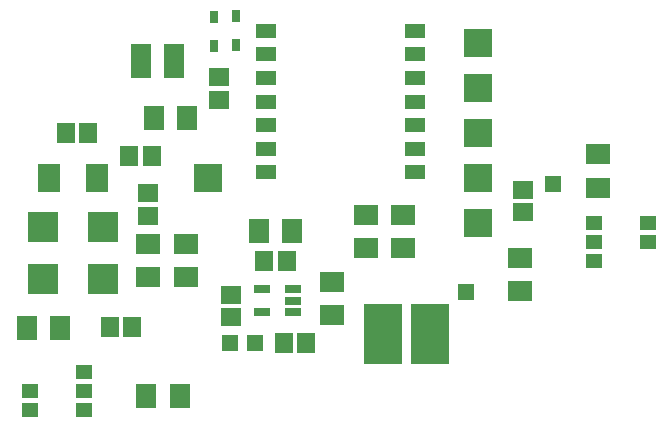
<source format=gbr>
G04 #@! TF.GenerationSoftware,KiCad,Pcbnew,5.0.0+dfsg1-1~bpo9+1*
G04 #@! TF.CreationDate,2018-12-28T11:25:29+01:00*
G04 #@! TF.ProjectId,receive_v1_1,726563656976655F76315F312E6B6963,rev?*
G04 #@! TF.SameCoordinates,Original*
G04 #@! TF.FileFunction,Soldermask,Top*
G04 #@! TF.FilePolarity,Negative*
%FSLAX46Y46*%
G04 Gerber Fmt 4.6, Leading zero omitted, Abs format (unit mm)*
G04 Created by KiCad (PCBNEW 5.0.0+dfsg1-1~bpo9+1) date Fri Dec 28 11:25:29 2018*
%MOMM*%
%LPD*%
G01*
G04 APERTURE LIST*
%ADD10R,2.006200X1.803200*%
%ADD11R,1.400000X1.400000*%
%ADD12R,1.503200X1.703200*%
%ADD13R,1.403200X1.403200*%
%ADD14R,1.803200X2.003200*%
%ADD15R,1.403200X0.753200*%
%ADD16R,2.003200X1.803200*%
%ADD17R,1.703200X1.503200*%
%ADD18R,1.703200X1.203200*%
%ADD19R,2.400000X2.400000*%
%ADD20R,1.403200X1.203200*%
%ADD21R,1.983200X2.363200*%
%ADD22R,0.803200X1.003200*%
%ADD23R,1.803200X2.903200*%
%ADD24R,3.203200X5.203200*%
%ADD25R,1.803200X2.006200*%
%ADD26R,2.603200X2.603200*%
G04 APERTURE END LIST*
D10*
G04 #@! TO.C,R4*
X139700000Y-93497000D03*
X139700000Y-90653000D03*
G04 #@! TD*
G04 #@! TO.C,R11*
X133096000Y-99416000D03*
X133096000Y-102260000D03*
G04 #@! TD*
D11*
G04 #@! TO.C,TP8*
X135890000Y-93218000D03*
G04 #@! TD*
G04 #@! TO.C,TP7*
X128524000Y-102362000D03*
G04 #@! TD*
D10*
G04 #@! TO.C,R10*
X120015000Y-95774599D03*
X120015000Y-98618599D03*
G04 #@! TD*
D12*
G04 #@! TO.C,R2*
X113096000Y-106681065D03*
X114996000Y-106681065D03*
G04 #@! TD*
D13*
G04 #@! TO.C,LED1*
X108517259Y-106681065D03*
X110617259Y-106681065D03*
G04 #@! TD*
D14*
G04 #@! TO.C,C2*
X113795000Y-97155000D03*
X110995000Y-97155000D03*
G04 #@! TD*
D15*
G04 #@! TO.C,IC1*
X111276375Y-104009509D03*
X111276375Y-102109509D03*
X113876375Y-102109509D03*
X113876375Y-103059509D03*
X113876375Y-104009509D03*
G04 #@! TD*
D16*
G04 #@! TO.C,C3*
X117187259Y-104271065D03*
X117187259Y-101471065D03*
G04 #@! TD*
D12*
G04 #@! TO.C,C4*
X111445000Y-99695000D03*
X113345000Y-99695000D03*
G04 #@! TD*
D17*
G04 #@! TO.C,R1*
X108585000Y-104455000D03*
X108585000Y-102555000D03*
G04 #@! TD*
D10*
G04 #@! TO.C,R3*
X123190000Y-98618599D03*
X123190000Y-95774599D03*
G04 #@! TD*
D18*
G04 #@! TO.C,U$1*
X124160000Y-92200000D03*
X124160000Y-90200000D03*
X124160000Y-88200000D03*
X124160000Y-86200000D03*
X124160000Y-84200000D03*
X124160000Y-82200000D03*
X124160000Y-80200000D03*
X111560000Y-92200000D03*
X111560000Y-90200000D03*
X111560000Y-88200000D03*
X111560000Y-86200000D03*
X111560000Y-84200000D03*
X111560000Y-82200000D03*
X111560000Y-80200000D03*
G04 #@! TD*
D19*
G04 #@! TO.C,TP4*
X106680000Y-92710000D03*
G04 #@! TD*
G04 #@! TO.C,TP6*
X129540000Y-88900000D03*
G04 #@! TD*
G04 #@! TO.C,TP5*
X129540000Y-85090000D03*
G04 #@! TD*
G04 #@! TO.C,TP3*
X129540000Y-96520000D03*
G04 #@! TD*
G04 #@! TO.C,TP2*
X129540000Y-92710000D03*
G04 #@! TD*
G04 #@! TO.C,TP1*
X129540000Y-81280000D03*
G04 #@! TD*
D20*
G04 #@! TO.C,IC3*
X91603800Y-112293200D03*
X91603800Y-110693200D03*
X96203800Y-112293200D03*
X96203800Y-110693200D03*
X96203800Y-109093200D03*
G04 #@! TD*
D14*
G04 #@! TO.C,C1*
X91310000Y-105410000D03*
X94110000Y-105410000D03*
G04 #@! TD*
D12*
G04 #@! TO.C,C5*
X98347350Y-105316100D03*
X100247350Y-105316100D03*
G04 #@! TD*
D21*
G04 #@! TO.C,D1*
X93210000Y-92710000D03*
X97280000Y-92710000D03*
G04 #@! TD*
D20*
G04 #@! TO.C,IC2*
X143905000Y-96520200D03*
X143905000Y-98120200D03*
X139305000Y-96520200D03*
X139305000Y-98120200D03*
X139305000Y-99720200D03*
G04 #@! TD*
D22*
G04 #@! TO.C,D2*
X107188000Y-81514000D03*
X107188000Y-79014000D03*
G04 #@! TD*
D12*
G04 #@! TO.C,R5*
X100015000Y-90805000D03*
X101915000Y-90805000D03*
G04 #@! TD*
D17*
G04 #@! TO.C,R6*
X107630000Y-84140000D03*
X107630000Y-86040000D03*
G04 #@! TD*
G04 #@! TO.C,C6*
X101600000Y-93980000D03*
X101600000Y-95880000D03*
G04 #@! TD*
D22*
G04 #@! TO.C,D3*
X109030000Y-81450000D03*
X109030000Y-78950000D03*
G04 #@! TD*
D17*
G04 #@! TO.C,C7*
X133350000Y-95565000D03*
X133350000Y-93665000D03*
G04 #@! TD*
D23*
G04 #@! TO.C,C8*
X100962000Y-82804000D03*
X103762000Y-82804000D03*
G04 #@! TD*
D12*
G04 #@! TO.C,R7*
X96520000Y-88900000D03*
X94620000Y-88900000D03*
G04 #@! TD*
D24*
G04 #@! TO.C,X1*
X121444000Y-105918000D03*
X125444000Y-105918000D03*
G04 #@! TD*
D25*
G04 #@! TO.C,R8*
X104292000Y-111125000D03*
X101448000Y-111125000D03*
G04 #@! TD*
G04 #@! TO.C,R9*
X104927000Y-87630000D03*
X102083000Y-87630000D03*
G04 #@! TD*
D16*
G04 #@! TO.C,C9*
X104775000Y-101095000D03*
X104775000Y-98295000D03*
G04 #@! TD*
G04 #@! TO.C,C10*
X101600000Y-98295000D03*
X101600000Y-101095000D03*
G04 #@! TD*
D26*
G04 #@! TO.C,D4*
X97790000Y-101260000D03*
X97790000Y-96860000D03*
G04 #@! TD*
G04 #@! TO.C,D5*
X92710000Y-96860000D03*
X92710000Y-101260000D03*
G04 #@! TD*
M02*

</source>
